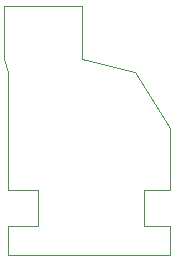
<source format=gbr>
%TF.GenerationSoftware,KiCad,Pcbnew,8.0.4*%
%TF.CreationDate,2025-09-19T21:13:21+01:00*%
%TF.ProjectId,av-connector-breakout,61762d63-6f6e-46e6-9563-746f722d6272,rev?*%
%TF.SameCoordinates,Original*%
%TF.FileFunction,Profile,NP*%
%FSLAX46Y46*%
G04 Gerber Fmt 4.6, Leading zero omitted, Abs format (unit mm)*
G04 Created by KiCad (PCBNEW 8.0.4) date 2025-09-19 21:13:21*
%MOMM*%
%LPD*%
G01*
G04 APERTURE LIST*
%TA.AperFunction,Profile*%
%ADD10C,0.050000*%
%TD*%
G04 APERTURE END LIST*
D10*
X160000000Y-83000000D02*
X173750000Y-83000000D01*
X160000000Y-80500000D02*
X160000000Y-83000000D01*
X173750000Y-72250000D02*
X170750000Y-67500000D01*
X162500000Y-80500000D02*
X160000000Y-80500000D01*
X173750000Y-80500000D02*
X173750000Y-83000000D01*
X171500000Y-77500000D02*
X171500000Y-80500000D01*
X171500000Y-80500000D02*
X173750000Y-80500000D01*
X160000000Y-77500000D02*
X162500000Y-77500000D01*
X160000000Y-67500000D02*
X160000000Y-77500000D01*
X173750000Y-77500000D02*
X171500000Y-77500000D01*
X159700500Y-66387500D02*
X160000000Y-67500000D01*
X162500000Y-77500000D02*
X162500000Y-80500000D01*
X173750000Y-77500000D02*
X173750000Y-72250000D01*
X170750000Y-67500000D02*
X166225500Y-66387500D01*
%TO.C,U1*%
X159700500Y-61887500D02*
X159700500Y-66387500D01*
X166225500Y-61887500D02*
X159700500Y-61887500D01*
X166225500Y-66387500D02*
X166225500Y-61887500D01*
%TD*%
M02*

</source>
